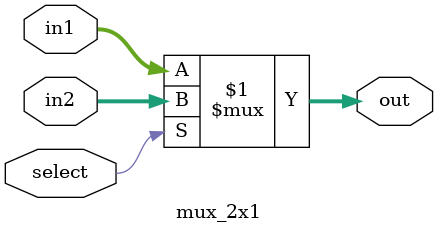
<source format=v>

module mux_2x1(select, in1, in2, out);
 
  input [3:0] in1;
  input [3:0]in2;
  input select;
  
  output [3:0]out;
  
  // if select=1 assign out to 2nd input
  assign out = select ? in2 : in1;
  
endmodule
</source>
